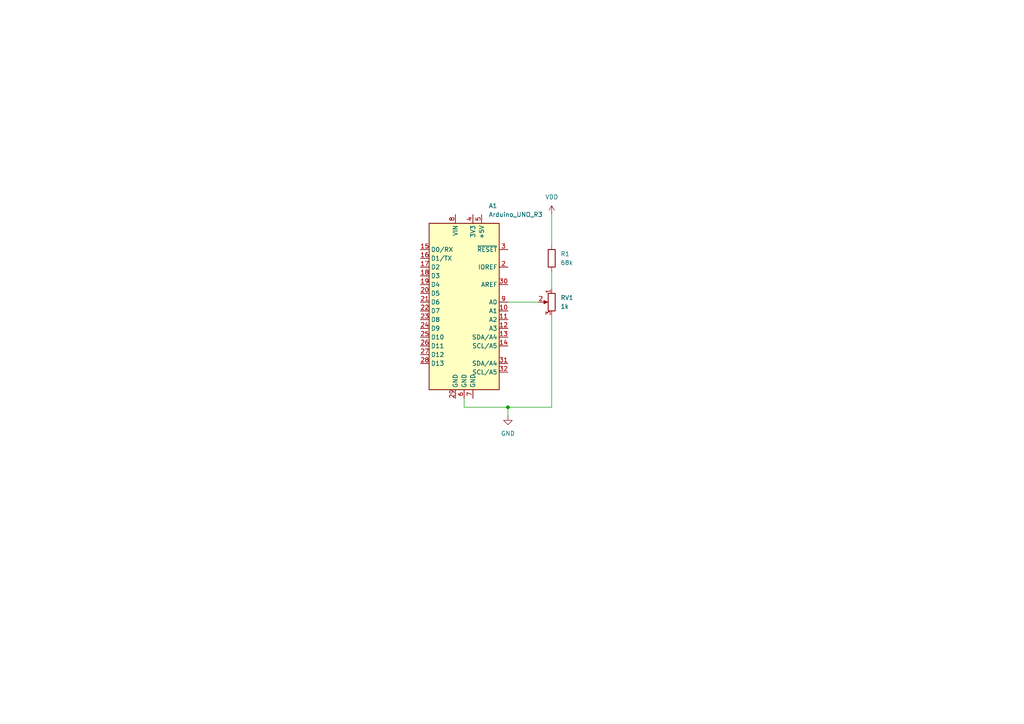
<source format=kicad_sch>
(kicad_sch (version 20211123) (generator eeschema)
  (paper "A4")
  (lib_symbols
    (symbol "Device:R" (pin_numbers hide) (pin_names (offset 0))
      (property "Reference" "R" (at 2.032 0 90))
      (property "Value" "R" (at 0 0 90))
      (symbol "R_0_1"
        (rectangle (start -1.016 -2.54) (end 1.016 2.54) (stroke (width 0.254)))
      )
      (symbol "R_1_1"
        (pin passive line (at 0 3.81 270) (length 1.27) (name "~") (number "1"))
        (pin passive line (at 0 -3.81 90) (length 1.27) (name "~") (number "2"))
      )
    )
    (symbol "Device:R_Potentiometer" (pin_names (offset 1.016) hide)
      (property "Reference" "RV" (at -4.445 0 90))
      (property "Value" "R_Potentiometer" (at -2.54 0 90))
      (symbol "R_Potentiometer_0_1"
        (polyline (pts (xy 2.54 0) (xy 1.524 0)))
        (polyline (pts (xy 1.143 0) (xy 2.286 0.508) (xy 2.286 -0.508) (xy 1.143 0)) (fill (type outline)))
        (rectangle (start 1.016 2.54) (end -1.016 -2.54) (stroke (width 0.254)))
      )
      (symbol "R_Potentiometer_1_1"
        (pin passive line (at 0 3.81 270) (length 1.27) (name "1") (number "1"))
        (pin passive line (at 3.81 0 180) (length 1.27) (name "2") (number "2"))
        (pin passive line (at 0 -3.81 90) (length 1.27) (name "3") (number "3"))
      )
    )
    (symbol "MCU_Module:Arduino_UNO_R3"
      (property "Reference" "A" (at -10.16 23.495 0))
      (property "Value" "Arduino_UNO_R3" (at 5.08 -26.67 0))
      (symbol "Arduino_UNO_R3_0_1"
        (rectangle (start -10.16 22.86) (end 10.16 -25.4) (stroke (width 0.254)) (fill (type background)))
      )
      (symbol "Arduino_UNO_R3_1_1"
        (pin no_connect line (at -10.16 -20.32 0) (length 2.54) hide (name "NC") (number "1"))
        (pin bidirectional line (at 12.7 -2.54 180) (length 2.54) (name "A1") (number "10"))
        (pin bidirectional line (at 12.7 -5.08 180) (length 2.54) (name "A2") (number "11"))
        (pin bidirectional line (at 12.7 -7.62 180) (length 2.54) (name "A3") (number "12"))
        (pin bidirectional line (at 12.7 -10.16 180) (length 2.54) (name "SDA/A4") (number "13"))
        (pin bidirectional line (at 12.7 -12.7 180) (length 2.54) (name "SCL/A5") (number "14"))
        (pin bidirectional line (at -12.7 15.24 0) (length 2.54) (name "D0/RX") (number "15"))
        (pin bidirectional line (at -12.7 12.7 0) (length 2.54) (name "D1/TX") (number "16"))
        (pin bidirectional line (at -12.7 10.16 0) (length 2.54) (name "D2") (number "17"))
        (pin bidirectional line (at -12.7 7.62 0) (length 2.54) (name "D3") (number "18"))
        (pin bidirectional line (at -12.7 5.08 0) (length 2.54) (name "D4") (number "19"))
        (pin output line (at 12.7 10.16 180) (length 2.54) (name "IOREF") (number "2"))
        (pin bidirectional line (at -12.7 2.54 0) (length 2.54) (name "D5") (number "20"))
        (pin bidirectional line (at -12.7 0 0) (length 2.54) (name "D6") (number "21"))
        (pin bidirectional line (at -12.7 -2.54 0) (length 2.54) (name "D7") (number "22"))
        (pin bidirectional line (at -12.7 -5.08 0) (length 2.54) (name "D8") (number "23"))
        (pin bidirectional line (at -12.7 -7.62 0) (length 2.54) (name "D9") (number "24"))
        (pin bidirectional line (at -12.7 -10.16 0) (length 2.54) (name "D10") (number "25"))
        (pin bidirectional line (at -12.7 -12.7 0) (length 2.54) (name "D11") (number "26"))
        (pin bidirectional line (at -12.7 -15.24 0) (length 2.54) (name "D12") (number "27"))
        (pin bidirectional line (at -12.7 -17.78 0) (length 2.54) (name "D13") (number "28"))
        (pin power_in line (at -2.54 -27.94 90) (length 2.54) (name "GND") (number "29"))
        (pin input line (at 12.7 15.24 180) (length 2.54) (name "~{RESET}") (number "3"))
        (pin input line (at 12.7 5.08 180) (length 2.54) (name "AREF") (number "30"))
        (pin bidirectional line (at 12.7 -17.78 180) (length 2.54) (name "SDA/A4") (number "31"))
        (pin bidirectional line (at 12.7 -20.32 180) (length 2.54) (name "SCL/A5") (number "32"))
        (pin power_out line (at 2.54 25.4 270) (length 2.54) (name "3V3") (number "4"))
        (pin power_out line (at 5.08 25.4 270) (length 2.54) (name "+5V") (number "5"))
        (pin power_in line (at 0 -27.94 90) (length 2.54) (name "GND") (number "6"))
        (pin power_in line (at 2.54 -27.94 90) (length 2.54) (name "GND") (number "7"))
        (pin power_in line (at -2.54 25.4 270) (length 2.54) (name "VIN") (number "8"))
        (pin bidirectional line (at 12.7 0 180) (length 2.54) (name "A0") (number "9"))
      )
    )
    (symbol "power:GND" (power) (pin_names (offset 0))
      (property "Value" "GND" (at 0 -3.81 0))
      (symbol "GND_0_1"
        (polyline (pts (xy 0 0) (xy 0 -1.27) (xy 1.27 -1.27) (xy 0 -2.54) (xy -1.27 -1.27) (xy 0 -1.27)))
      )
      (symbol "GND_1_1"
        (pin power_in line (at 0 0 270) (length 0) hide (name "GND") (number "1"))
      )
    )
    (symbol "power:VDD" (power) (pin_names (offset 0))
      (property "Value" "VDD" (at 0 3.81 0))
      (symbol "VDD_0_1"
        (polyline (pts (xy -0.762 1.27) (xy 0 2.54)))
        (polyline (pts (xy 0 0) (xy 0 2.54)))
        (polyline (pts (xy 0 2.54) (xy 0.762 1.27)))
      )
      (symbol "VDD_1_1"
        (pin power_in line (at 0 0 90) (length 0) hide (name "VDD") (number "1"))
      )
    )
  )
  (junction (at 147.32 118.11))
  (wire (pts (xy 160.02 78.74) (xy 160.02 83.82)))
  (wire (pts (xy 160.02 91.44) (xy 160.02 118.11)))
  (wire (pts (xy 147.32 118.11) (xy 147.32 120.65)))
  (wire (pts (xy 147.32 87.63) (xy 156.21 87.63)))
  (wire (pts (xy 134.62 118.11) (xy 147.32 118.11)))
  (wire (pts (xy 160.02 62.23) (xy 160.02 71.12)))
  (wire (pts (xy 134.62 118.11) (xy 134.62 115.57)))
  (wire (pts (xy 147.32 118.11) (xy 160.02 118.11)))
  (symbol (lib_id "power:GND") (at 147.32 120.65 0) (unit 1)
    (property "Reference" "#PWR0101" (effects hide))
    (property "Value" "GND" (at 147.32 125.73 0))
  )
  (symbol (lib_id "MCU_Module:Arduino_UNO_R3") (at 134.62 87.63 0) (unit 1)
    (property "Reference" "A1" (at 141.7194 59.69 0) (effects (justify left)))
    (property "Value" "Arduino_UNO_R3" (at 141.7194 62.23 0) (effects (justify left)))
    (property "Footprint" "Module:Arduino_UNO_R3" (effects hide))
    (property "Datasheet" "https://www.arduino.cc/en/Main/arduinoBoardUno" (effects hide))
  )
  (symbol (lib_id "Device:R_Potentiometer") (at 160.02 87.63 0) (mirror y) (unit 1)
    (property "Reference" "RV1" (at 162.56 86.3599 0) (effects (justify right)))
    (property "Value" "1k" (at 162.56 88.8999 0) (effects (justify right)))
  )
  (symbol (lib_id "Device:R") (at 160.02 74.93 0) (unit 1)
    (property "Reference" "R1" (at 162.56 73.6599 0) (effects (justify left)))
    (property "Value" "68k" (at 162.56 76.1999 0) (effects (justify left)))
  )
  (symbol (lib_id "power:VDD") (at 160.02 62.23 0) (unit 1)
    (property "Reference" "#PWR?" (effects hide))
    (property "Value" "VDD" (at 160.02 57.15 0))
  )
)
</source>
